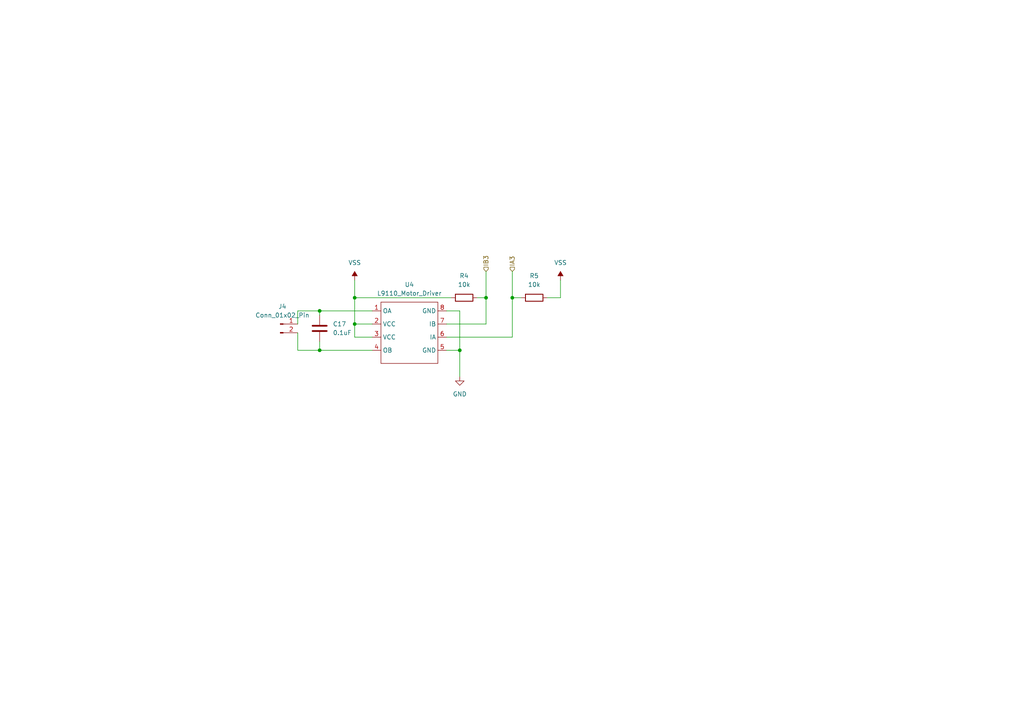
<source format=kicad_sch>
(kicad_sch (version 20230121) (generator eeschema)
  (paper "A4")
  (lib_symbols
    (symbol "CDOG_Symbols:L9110"
      (property "Reference" "U" (at 0 10.16 0))
      (property "Value" "L9110_Motor_Driver" (at 0 -12.7 0))
      (symbol "L9110_0_1"
        (rectangle (start -8.89 7.62) (end 7.62 -10.16))
      )
      (symbol "L9110_1_1"
        (pin output line (at -11.43 5.08 0) (length 2.54) (name "OA") (number "1"))
        (pin power_in line (at -11.43 1.27 0) (length 2.54) (name "VCC") (number "2"))
        (pin power_in line (at -11.43 -2.54 0) (length 2.54) (name "VCC") (number "3"))
        (pin output line (at -11.43 -6.35 0) (length 2.54) (name "OB") (number "4"))
        (pin input line (at 10.16 -6.35 180) (length 2.54) (name "GND") (number "5"))
        (pin input line (at 10.16 -2.54 180) (length 2.54) (name "IA") (number "6"))
        (pin input line (at 10.16 1.27 180) (length 2.54) (name "IB") (number "7"))
        (pin power_in line (at 10.16 5.08 180) (length 2.54) (name "GND") (number "8"))
      )
    )
    (symbol "Connector:Conn_01x02_Pin" (pin_names (offset 1.016) hide)
      (property "Reference" "J" (at 0 2.54 0))
      (property "Value" "Conn_01x02_Pin" (at 0 -5.08 0))
      (symbol "Conn_01x02_Pin_1_1"
        (polyline (pts (xy 1.27 -2.54) (xy 0.8636 -2.54)) (stroke (width 0.1524)))
        (polyline (pts (xy 1.27 0) (xy 0.8636 0)) (stroke (width 0.1524)))
        (rectangle (start 0.8636 -2.413) (end 0 -2.667) (stroke (width 0.1524)) (fill (type outline)))
        (rectangle (start 0.8636 0.127) (end 0 -0.127) (stroke (width 0.1524)) (fill (type outline)))
        (pin passive line (at 5.08 0 180) (length 3.81) (name "Pin_1") (number "1"))
        (pin passive line (at 5.08 -2.54 180) (length 3.81) (name "Pin_2") (number "2"))
      )
    )
    (symbol "Device:C" (pin_numbers hide) (pin_names (offset 0.254))
      (property "Reference" "C" (at 0.635 2.54 0))
      (property "Value" "C" (at 0.635 -2.54 0))
      (symbol "C_0_1"
        (polyline (pts (xy -2.032 -0.762) (xy 2.032 -0.762)) (stroke (width 0.508)))
        (polyline (pts (xy -2.032 0.762) (xy 2.032 0.762)) (stroke (width 0.508)))
      )
      (symbol "C_1_1"
        (pin passive line (at 0 3.81 270) (length 2.794) (name "~") (number "1"))
        (pin passive line (at 0 -3.81 90) (length 2.794) (name "~") (number "2"))
      )
    )
    (symbol "Device:R" (pin_numbers hide) (pin_names (offset 0))
      (property "Reference" "R" (at 2.032 0 90))
      (property "Value" "R" (at 0 0 90))
      (symbol "R_0_1"
        (rectangle (start -1.016 -2.54) (end 1.016 2.54) (stroke (width 0.254)))
      )
      (symbol "R_1_1"
        (pin passive line (at 0 3.81 270) (length 1.27) (name "~") (number "1"))
        (pin passive line (at 0 -3.81 90) (length 1.27) (name "~") (number "2"))
      )
    )
    (symbol "power:GND" (power) (pin_names (offset 0))
      (property "Value" "GND" (at 0 -3.81 0))
      (symbol "GND_0_1"
        (polyline (pts (xy 0 0) (xy 0 -1.27) (xy 1.27 -1.27) (xy 0 -2.54) (xy -1.27 -1.27) (xy 0 -1.27)))
      )
      (symbol "GND_1_1"
        (pin power_in line (at 0 0 270) (length 0) hide (name "GND") (number "1"))
      )
    )
    (symbol "power:VSS" (power) (pin_names (offset 0))
      (property "Value" "VSS" (at 0 3.81 0))
      (symbol "VSS_0_1"
        (polyline (pts (xy 0 0) (xy 0 2.54)))
        (polyline (pts (xy 0.762 1.27) (xy -0.762 1.27) (xy 0 2.54) (xy 0.762 1.27)) (fill (type outline)))
      )
      (symbol "VSS_1_1"
        (pin power_in line (at 0 0 90) (length 0) hide (name "VSS") (number "1"))
      )
    )
  )
  (junction (at 92.71 90.17))
  (junction (at 92.71 101.6))
  (junction (at 140.97 86.36))
  (junction (at 102.87 93.98))
  (junction (at 102.87 86.36))
  (junction (at 148.59 86.36))
  (junction (at 133.35 101.6))
  (wire (pts (xy 129.54 101.6) (xy 133.35 101.6)))
  (wire (pts (xy 92.71 90.17) (xy 86.36 90.17)))
  (wire (pts (xy 107.95 90.17) (xy 92.71 90.17)))
  (wire (pts (xy 148.59 78.74) (xy 148.59 86.36)))
  (wire (pts (xy 102.87 93.98) (xy 102.87 86.36)))
  (wire (pts (xy 148.59 86.36) (xy 148.59 97.79)))
  (wire (pts (xy 86.36 90.17) (xy 86.36 93.98)))
  (wire (pts (xy 107.95 93.98) (xy 102.87 93.98)))
  (wire (pts (xy 92.71 90.17) (xy 92.71 91.44)))
  (wire (pts (xy 107.95 97.79) (xy 102.87 97.79)))
  (wire (pts (xy 140.97 86.36) (xy 140.97 93.98)))
  (wire (pts (xy 107.95 101.6) (xy 92.71 101.6)))
  (wire (pts (xy 140.97 78.74) (xy 140.97 86.36)))
  (wire (pts (xy 129.54 97.79) (xy 148.59 97.79)))
  (wire (pts (xy 102.87 97.79) (xy 102.87 93.98)))
  (wire (pts (xy 129.54 93.98) (xy 140.97 93.98)))
  (wire (pts (xy 138.43 86.36) (xy 140.97 86.36)))
  (wire (pts (xy 133.35 101.6) (xy 133.35 109.22)))
  (wire (pts (xy 133.35 90.17) (xy 133.35 101.6)))
  (wire (pts (xy 92.71 101.6) (xy 86.36 101.6)))
  (wire (pts (xy 129.54 90.17) (xy 133.35 90.17)))
  (wire (pts (xy 148.59 86.36) (xy 151.13 86.36)))
  (wire (pts (xy 162.56 81.28) (xy 162.56 86.36)))
  (wire (pts (xy 102.87 86.36) (xy 130.81 86.36)))
  (wire (pts (xy 102.87 86.36) (xy 102.87 81.28)))
  (wire (pts (xy 162.56 86.36) (xy 158.75 86.36)))
  (wire (pts (xy 92.71 101.6) (xy 92.71 99.06)))
  (wire (pts (xy 86.36 101.6) (xy 86.36 96.52)))
  (hierarchical_label "IA3" (shape input) (at 148.59 78.74 90))
  (hierarchical_label "IB3" (shape input) (at 140.97 78.74 90))
  (symbol (lib_id "power:VSS") (at 102.87 81.28 0) (unit 1)
    (property "Reference" "#PWR05" (effects hide))
    (property "Value" "VSS" (at 102.87 76.2 0))
  )
  (symbol (lib_id "Device:C") (at 92.71 95.25 0) (unit 1)
    (property "Reference" "C17" (at 96.52 93.98 0) (effects (justify left)))
    (property "Value" "0.1uF" (at 96.52 96.52 0) (effects (justify left)))
    (property "Footprint" "Capacitor_SMD:C_0805_2012Metric_Pad1.18x1.45mm_HandSolder" (effects hide))
    (property "LCSC" "C49678" (effects hide))
    (instances (project "RP2040_Robot_Rover" (path "" (reference "C17") (unit 1))) (project "storper_v0.2" (path "" (reference "C1") (unit 1)) (path "" (reference "C2") (unit 1)) (path "" (reference "C3") (unit 1)) (path "" (reference "C4") (unit 1))))
  )
  (symbol (lib_id "power:GND") (at 133.35 109.22 0) (unit 1)
    (property "Reference" "#PWR021" (effects hide))
    (property "Value" "GND" (at 133.35 114.3 0))
    (instances (project "RP2040_Robot_Rover" (path "" (reference "#PWR021") (unit 1))) (project "storper_v0.2" (path "" (reference "#PWR02") (unit 1)) (path "" (reference "#PWR04") (unit 1)) (path "" (reference "#PWR06") (unit 1)) (path "" (reference "#PWR08") (unit 1))))
  )
  (symbol (lib_id "CDOG_Symbols:L9110") (at 119.38 95.25 0) (unit 1)
    (property "Reference" "U4" (at 118.745 82.55 0))
    (property "Value" "L9110_Motor_Driver" (at 118.745 85.09 0))
    (property "Footprint" "CDOG:L9110S_SOP-8_L4.9-W3.9-P1.27-LS6.0-BL" (effects hide))
    (property "LCSC" "C85174" (effects hide))
    (instances (project "RP2040_Robot_Rover" (path "" (reference "U4") (unit 1))) (project "storper_v0.2" (path "" (reference "U1") (unit 1)) (path "" (reference "U2") (unit 1)) (path "" (reference "U3") (unit 1)) (path "" (reference "U4") (unit 1))))
  )
  (symbol (lib_id "power:VSS") (at 162.56 81.28 0) (unit 1)
    (property "Reference" "#PWR013" (effects hide))
    (property "Value" "VSS" (at 162.56 76.2 0))
  )
  (symbol (lib_id "Connector:Conn_01x02_Pin") (at 81.28 93.98 0) (unit 1)
    (property "Reference" "J4" (at 81.915 88.9 0))
    (property "Value" "Conn_01x02_Pin" (at 81.915 91.44 0))
    (property "Footprint" "Connector_PinHeader_2.54mm:PinHeader_1x02_P2.54mm_Vertical" (effects hide))
    (instances (project "RP2040_Robot_Rover" (path "" (reference "J4") (unit 1))) (project "storper_v0.2" (path "" (reference "J1") (unit 1)) (path "" (reference "J2") (unit 1)) (path "" (reference "J3") (unit 1)) (path "" (reference "J4") (unit 1))))
  )
  (symbol (lib_id "Device:R") (at 154.94 86.36 90) (unit 1)
    (property "Reference" "R5" (at 154.94 80.01 90))
    (property "Value" "10k" (at 154.94 82.55 90))
    (property "Footprint" "Resistor_SMD:R_0805_2012Metric_Pad1.20x1.40mm_HandSolder" (effects hide))
    (property "LCSC" "C17414" (effects hide))
    (instances (project "RP2040_Robot_Rover" (path "" (reference "R5") (unit 1))) (project "storper_v0.2" (path "" (reference "R2") (unit 1)) (path "" (reference "R4") (unit 1)) (path "" (reference "R6") (unit 1)) (path "" (reference "R8") (unit 1))))
  )
  (symbol (lib_id "Device:R") (at 134.62 86.36 90) (unit 1)
    (property "Reference" "R4" (at 134.62 80.01 90))
    (property "Value" "10k" (at 134.62 82.55 90))
    (property "Footprint" "Resistor_SMD:R_0805_2012Metric_Pad1.20x1.40mm_HandSolder" (effects hide))
    (property "LCSC" "C17414" (effects hide))
    (instances (project "RP2040_Robot_Rover" (path "" (reference "R4") (unit 1))) (project "storper_v0.2" (path "" (reference "R1") (unit 1)) (path "" (reference "R3") (unit 1)) (path "" (reference "R5") (unit 1)) (path "" (reference "R7") (unit 1))))
  )
)
</source>
